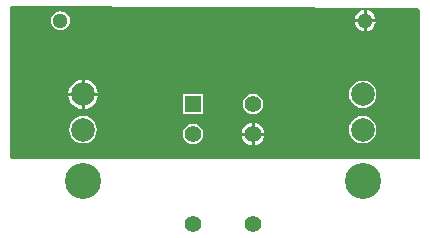
<source format=gbl>
G04*
G04 #@! TF.GenerationSoftware,Altium Limited,Altium Designer,18.1.9 (240)*
G04*
G04 Layer_Physical_Order=2*
G04 Layer_Color=16711680*
%FSLAX44Y44*%
%MOMM*%
G71*
G01*
G75*
%ADD20R,1.4000X1.4000*%
%ADD21C,1.4000*%
%ADD22C,2.0000*%
%ADD23C,3.0480*%
%ADD24C,1.2800*%
G36*
X1048467Y945218D02*
X1050176Y943509D01*
Y817472D01*
X704535D01*
X704426Y817363D01*
X703253Y817849D01*
Y946027D01*
X704153Y946923D01*
X1048467Y945218D01*
D02*
G37*
%LPC*%
G36*
X1005054Y943032D02*
Y935493D01*
X1012593D01*
X1012455Y936546D01*
X1011558Y938711D01*
X1010131Y940570D01*
X1008272Y941997D01*
X1006107Y942894D01*
X1005054Y943032D01*
D02*
G37*
G36*
X1002514D02*
X1001460Y942894D01*
X999295Y941997D01*
X997436Y940570D01*
X996010Y938711D01*
X995113Y936546D01*
X994974Y935493D01*
X1002514D01*
Y943032D01*
D02*
G37*
G36*
X745784Y942215D02*
X743715Y941943D01*
X741787Y941144D01*
X740132Y939874D01*
X738862Y938219D01*
X738064Y936291D01*
X737791Y934223D01*
X738064Y932154D01*
X738862Y930226D01*
X740132Y928571D01*
X741787Y927301D01*
X743715Y926503D01*
X745784Y926230D01*
X747852Y926503D01*
X749780Y927301D01*
X751435Y928571D01*
X752705Y930226D01*
X753504Y932154D01*
X753776Y934223D01*
X753504Y936291D01*
X752705Y938219D01*
X751435Y939874D01*
X749780Y941144D01*
X747852Y941943D01*
X745784Y942215D01*
D02*
G37*
G36*
X1012593Y932953D02*
X1005054D01*
Y925413D01*
X1006107Y925552D01*
X1008272Y926448D01*
X1010131Y927875D01*
X1011558Y929734D01*
X1012455Y931899D01*
X1012593Y932953D01*
D02*
G37*
G36*
X1002514D02*
X994974D01*
X995113Y931899D01*
X996010Y929734D01*
X997436Y927875D01*
X999295Y926448D01*
X1001460Y925552D01*
X1002514Y925413D01*
Y932953D01*
D02*
G37*
G36*
X766190Y884339D02*
Y873168D01*
X777361D01*
X777099Y875162D01*
X775839Y878202D01*
X773836Y880814D01*
X771224Y882817D01*
X768184Y884077D01*
X766190Y884339D01*
D02*
G37*
G36*
X763650D02*
X761657Y884077D01*
X758616Y882817D01*
X756005Y880814D01*
X754002Y878202D01*
X752742Y875162D01*
X752480Y873168D01*
X763650D01*
Y884339D01*
D02*
G37*
G36*
X1001674Y883522D02*
X998666Y883126D01*
X995863Y881965D01*
X993455Y880117D01*
X991608Y877710D01*
X990447Y874907D01*
X990051Y871898D01*
X990447Y868890D01*
X991608Y866087D01*
X993455Y863679D01*
X995863Y861832D01*
X998666Y860671D01*
X1001674Y860275D01*
X1004683Y860671D01*
X1007486Y861832D01*
X1009893Y863679D01*
X1011740Y866087D01*
X1012902Y868890D01*
X1013298Y871898D01*
X1012902Y874907D01*
X1011740Y877710D01*
X1009893Y880117D01*
X1007486Y881965D01*
X1004683Y883126D01*
X1001674Y883522D01*
D02*
G37*
G36*
X777361Y870628D02*
X766190D01*
Y859458D01*
X768184Y859720D01*
X771224Y860980D01*
X773836Y862983D01*
X775839Y865594D01*
X777099Y868635D01*
X777361Y870628D01*
D02*
G37*
G36*
X763650D02*
X752480D01*
X752742Y868635D01*
X754002Y865594D01*
X756005Y862983D01*
X758616Y860980D01*
X761657Y859720D01*
X763650Y859458D01*
Y870628D01*
D02*
G37*
G36*
X866521Y872140D02*
X849473D01*
Y855092D01*
X866521D01*
Y872140D01*
D02*
G37*
G36*
X908797Y872214D02*
X906572Y871921D01*
X904499Y871062D01*
X902718Y869696D01*
X901352Y867915D01*
X900493Y865842D01*
X900200Y863616D01*
X900493Y861391D01*
X901352Y859318D01*
X902718Y857537D01*
X904499Y856171D01*
X906572Y855312D01*
X908797Y855019D01*
X911022Y855312D01*
X913096Y856171D01*
X914877Y857537D01*
X916243Y859318D01*
X917102Y861391D01*
X917395Y863616D01*
X917102Y865842D01*
X916243Y867915D01*
X914877Y869696D01*
X913096Y871062D01*
X911022Y871921D01*
X908797Y872214D01*
D02*
G37*
G36*
X910067Y847631D02*
Y839486D01*
X918212D01*
X918053Y840696D01*
X917095Y843007D01*
X915573Y844992D01*
X913588Y846515D01*
X911277Y847472D01*
X910067Y847631D01*
D02*
G37*
G36*
X907527Y847631D02*
X906317Y847472D01*
X904006Y846515D01*
X902022Y844992D01*
X900499Y843007D01*
X899542Y840696D01*
X899383Y839486D01*
X907527D01*
Y847631D01*
D02*
G37*
G36*
X1001674Y853550D02*
X998666Y853154D01*
X995863Y851993D01*
X993455Y850145D01*
X991608Y847738D01*
X990447Y844935D01*
X990051Y841926D01*
X990447Y838918D01*
X991608Y836115D01*
X993455Y833707D01*
X995863Y831860D01*
X998666Y830699D01*
X1001674Y830303D01*
X1004683Y830699D01*
X1007486Y831860D01*
X1009893Y833707D01*
X1011740Y836115D01*
X1012902Y838918D01*
X1013298Y841926D01*
X1012902Y844935D01*
X1011740Y847738D01*
X1009893Y850145D01*
X1007486Y851993D01*
X1004683Y853154D01*
X1001674Y853550D01*
D02*
G37*
G36*
X764920D02*
X761912Y853154D01*
X759109Y851993D01*
X756701Y850145D01*
X754854Y847738D01*
X753693Y844935D01*
X753297Y841926D01*
X753693Y838918D01*
X754854Y836115D01*
X756701Y833707D01*
X759109Y831860D01*
X761912Y830699D01*
X764920Y830303D01*
X767929Y830699D01*
X770732Y831860D01*
X773139Y833707D01*
X774987Y836115D01*
X776148Y838918D01*
X776544Y841926D01*
X776148Y844935D01*
X774987Y847738D01*
X773139Y850145D01*
X770732Y851993D01*
X767929Y853154D01*
X764920Y853550D01*
D02*
G37*
G36*
X857997Y846814D02*
X855772Y846521D01*
X853699Y845662D01*
X851918Y844296D01*
X850552Y842515D01*
X849693Y840442D01*
X849400Y838216D01*
X849693Y835991D01*
X850552Y833918D01*
X851918Y832137D01*
X853699Y830771D01*
X855772Y829912D01*
X857997Y829619D01*
X860222Y829912D01*
X862296Y830771D01*
X864077Y832137D01*
X865443Y833918D01*
X866302Y835991D01*
X866595Y838216D01*
X866302Y840442D01*
X865443Y842515D01*
X864077Y844296D01*
X862296Y845662D01*
X860222Y846521D01*
X857997Y846814D01*
D02*
G37*
G36*
X918212Y836946D02*
X910067D01*
Y828802D01*
X911277Y828961D01*
X913588Y829918D01*
X915573Y831441D01*
X917095Y833425D01*
X918053Y835736D01*
X918212Y836946D01*
D02*
G37*
G36*
X907527D02*
X899383D01*
X899542Y835736D01*
X900499Y833425D01*
X902022Y831441D01*
X904006Y829918D01*
X906317Y828961D01*
X907527Y828802D01*
Y836946D01*
D02*
G37*
%LPD*%
D20*
X857997Y863616D02*
D03*
D21*
X908797D02*
D03*
Y838216D02*
D03*
X857997D02*
D03*
X908797Y762016D02*
D03*
X857997D02*
D03*
D22*
X764920Y871898D02*
D03*
Y841926D02*
D03*
X1001674Y871898D02*
D03*
Y841926D02*
D03*
D23*
X764920Y798746D02*
D03*
X1001674D02*
D03*
D24*
X1003784Y934223D02*
D03*
X745784D02*
D03*
M02*

</source>
